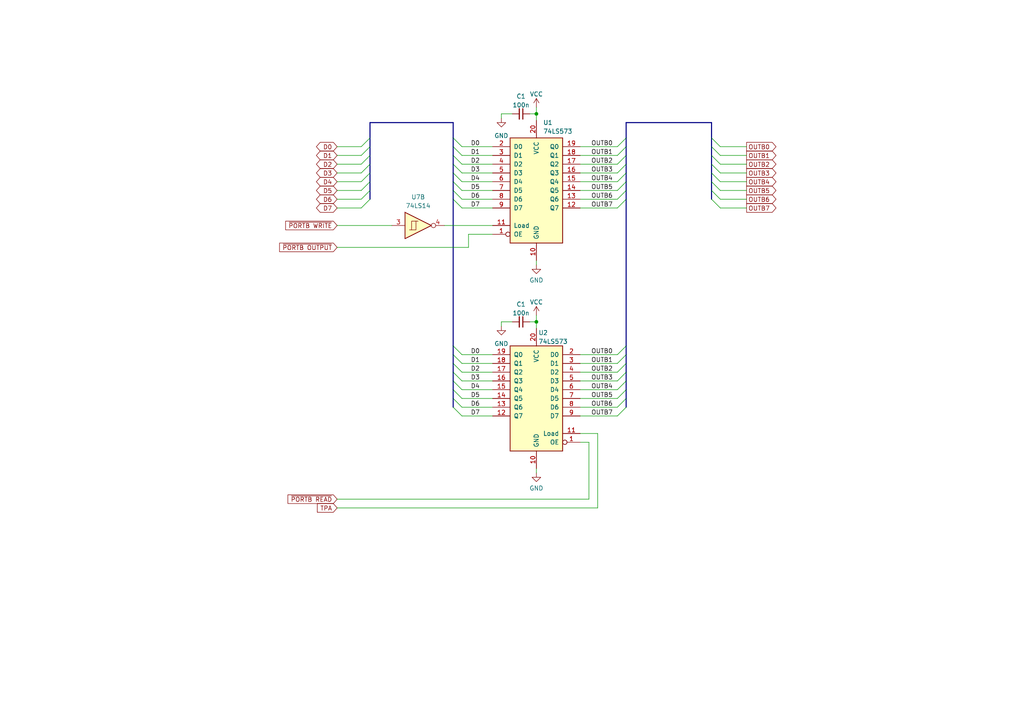
<source format=kicad_sch>
(kicad_sch (version 20230121) (generator eeschema)

  (uuid 04159c0c-bab2-4c85-8ff6-573eaa305b69)

  (paper "A4")

  (lib_symbols
    (symbol "74xx:74LS14" (pin_names (offset 1.016)) (in_bom yes) (on_board yes)
      (property "Reference" "U" (at 0 1.27 0)
        (effects (font (size 1.27 1.27)))
      )
      (property "Value" "74LS14" (at 0 -1.27 0)
        (effects (font (size 1.27 1.27)))
      )
      (property "Footprint" "" (at 0 0 0)
        (effects (font (size 1.27 1.27)) hide)
      )
      (property "Datasheet" "http://www.ti.com/lit/gpn/sn74LS14" (at 0 0 0)
        (effects (font (size 1.27 1.27)) hide)
      )
      (property "ki_locked" "" (at 0 0 0)
        (effects (font (size 1.27 1.27)))
      )
      (property "ki_keywords" "TTL not inverter" (at 0 0 0)
        (effects (font (size 1.27 1.27)) hide)
      )
      (property "ki_description" "Hex inverter schmitt trigger" (at 0 0 0)
        (effects (font (size 1.27 1.27)) hide)
      )
      (property "ki_fp_filters" "DIP*W7.62mm*" (at 0 0 0)
        (effects (font (size 1.27 1.27)) hide)
      )
      (symbol "74LS14_1_0"
        (polyline
          (pts
            (xy -3.81 3.81)
            (xy -3.81 -3.81)
            (xy 3.81 0)
            (xy -3.81 3.81)
          )
          (stroke (width 0.254) (type default))
          (fill (type background))
        )
        (pin input line (at -7.62 0 0) (length 3.81)
          (name "~" (effects (font (size 1.27 1.27))))
          (number "1" (effects (font (size 1.27 1.27))))
        )
        (pin output inverted (at 7.62 0 180) (length 3.81)
          (name "~" (effects (font (size 1.27 1.27))))
          (number "2" (effects (font (size 1.27 1.27))))
        )
      )
      (symbol "74LS14_1_1"
        (polyline
          (pts
            (xy -1.905 -1.27)
            (xy -1.905 1.27)
            (xy -0.635 1.27)
          )
          (stroke (width 0) (type default))
          (fill (type none))
        )
        (polyline
          (pts
            (xy -2.54 -1.27)
            (xy -0.635 -1.27)
            (xy -0.635 1.27)
            (xy 0 1.27)
          )
          (stroke (width 0) (type default))
          (fill (type none))
        )
      )
      (symbol "74LS14_2_0"
        (polyline
          (pts
            (xy -3.81 3.81)
            (xy -3.81 -3.81)
            (xy 3.81 0)
            (xy -3.81 3.81)
          )
          (stroke (width 0.254) (type default))
          (fill (type background))
        )
        (pin input line (at -7.62 0 0) (length 3.81)
          (name "~" (effects (font (size 1.27 1.27))))
          (number "3" (effects (font (size 1.27 1.27))))
        )
        (pin output inverted (at 7.62 0 180) (length 3.81)
          (name "~" (effects (font (size 1.27 1.27))))
          (number "4" (effects (font (size 1.27 1.27))))
        )
      )
      (symbol "74LS14_2_1"
        (polyline
          (pts
            (xy -1.905 -1.27)
            (xy -1.905 1.27)
            (xy -0.635 1.27)
          )
          (stroke (width 0) (type default))
          (fill (type none))
        )
        (polyline
          (pts
            (xy -2.54 -1.27)
            (xy -0.635 -1.27)
            (xy -0.635 1.27)
            (xy 0 1.27)
          )
          (stroke (width 0) (type default))
          (fill (type none))
        )
      )
      (symbol "74LS14_3_0"
        (polyline
          (pts
            (xy -3.81 3.81)
            (xy -3.81 -3.81)
            (xy 3.81 0)
            (xy -3.81 3.81)
          )
          (stroke (width 0.254) (type default))
          (fill (type background))
        )
        (pin input line (at -7.62 0 0) (length 3.81)
          (name "~" (effects (font (size 1.27 1.27))))
          (number "5" (effects (font (size 1.27 1.27))))
        )
        (pin output inverted (at 7.62 0 180) (length 3.81)
          (name "~" (effects (font (size 1.27 1.27))))
          (number "6" (effects (font (size 1.27 1.27))))
        )
      )
      (symbol "74LS14_3_1"
        (polyline
          (pts
            (xy -1.905 -1.27)
            (xy -1.905 1.27)
            (xy -0.635 1.27)
          )
          (stroke (width 0) (type default))
          (fill (type none))
        )
        (polyline
          (pts
            (xy -2.54 -1.27)
            (xy -0.635 -1.27)
            (xy -0.635 1.27)
            (xy 0 1.27)
          )
          (stroke (width 0) (type default))
          (fill (type none))
        )
      )
      (symbol "74LS14_4_0"
        (polyline
          (pts
            (xy -3.81 3.81)
            (xy -3.81 -3.81)
            (xy 3.81 0)
            (xy -3.81 3.81)
          )
          (stroke (width 0.254) (type default))
          (fill (type background))
        )
        (pin output inverted (at 7.62 0 180) (length 3.81)
          (name "~" (effects (font (size 1.27 1.27))))
          (number "8" (effects (font (size 1.27 1.27))))
        )
        (pin input line (at -7.62 0 0) (length 3.81)
          (name "~" (effects (font (size 1.27 1.27))))
          (number "9" (effects (font (size 1.27 1.27))))
        )
      )
      (symbol "74LS14_4_1"
        (polyline
          (pts
            (xy -1.905 -1.27)
            (xy -1.905 1.27)
            (xy -0.635 1.27)
          )
          (stroke (width 0) (type default))
          (fill (type none))
        )
        (polyline
          (pts
            (xy -2.54 -1.27)
            (xy -0.635 -1.27)
            (xy -0.635 1.27)
            (xy 0 1.27)
          )
          (stroke (width 0) (type default))
          (fill (type none))
        )
      )
      (symbol "74LS14_5_0"
        (polyline
          (pts
            (xy -3.81 3.81)
            (xy -3.81 -3.81)
            (xy 3.81 0)
            (xy -3.81 3.81)
          )
          (stroke (width 0.254) (type default))
          (fill (type background))
        )
        (pin output inverted (at 7.62 0 180) (length 3.81)
          (name "~" (effects (font (size 1.27 1.27))))
          (number "10" (effects (font (size 1.27 1.27))))
        )
        (pin input line (at -7.62 0 0) (length 3.81)
          (name "~" (effects (font (size 1.27 1.27))))
          (number "11" (effects (font (size 1.27 1.27))))
        )
      )
      (symbol "74LS14_5_1"
        (polyline
          (pts
            (xy -1.905 -1.27)
            (xy -1.905 1.27)
            (xy -0.635 1.27)
          )
          (stroke (width 0) (type default))
          (fill (type none))
        )
        (polyline
          (pts
            (xy -2.54 -1.27)
            (xy -0.635 -1.27)
            (xy -0.635 1.27)
            (xy 0 1.27)
          )
          (stroke (width 0) (type default))
          (fill (type none))
        )
      )
      (symbol "74LS14_6_0"
        (polyline
          (pts
            (xy -3.81 3.81)
            (xy -3.81 -3.81)
            (xy 3.81 0)
            (xy -3.81 3.81)
          )
          (stroke (width 0.254) (type default))
          (fill (type background))
        )
        (pin output inverted (at 7.62 0 180) (length 3.81)
          (name "~" (effects (font (size 1.27 1.27))))
          (number "12" (effects (font (size 1.27 1.27))))
        )
        (pin input line (at -7.62 0 0) (length 3.81)
          (name "~" (effects (font (size 1.27 1.27))))
          (number "13" (effects (font (size 1.27 1.27))))
        )
      )
      (symbol "74LS14_6_1"
        (polyline
          (pts
            (xy -1.905 -1.27)
            (xy -1.905 1.27)
            (xy -0.635 1.27)
          )
          (stroke (width 0) (type default))
          (fill (type none))
        )
        (polyline
          (pts
            (xy -2.54 -1.27)
            (xy -0.635 -1.27)
            (xy -0.635 1.27)
            (xy 0 1.27)
          )
          (stroke (width 0) (type default))
          (fill (type none))
        )
      )
      (symbol "74LS14_7_0"
        (pin power_in line (at 0 12.7 270) (length 5.08)
          (name "VCC" (effects (font (size 1.27 1.27))))
          (number "14" (effects (font (size 1.27 1.27))))
        )
        (pin power_in line (at 0 -12.7 90) (length 5.08)
          (name "GND" (effects (font (size 1.27 1.27))))
          (number "7" (effects (font (size 1.27 1.27))))
        )
      )
      (symbol "74LS14_7_1"
        (rectangle (start -5.08 7.62) (end 5.08 -7.62)
          (stroke (width 0.254) (type default))
          (fill (type background))
        )
      )
    )
    (symbol "74xx:74LS573" (pin_names (offset 1.016)) (in_bom yes) (on_board yes)
      (property "Reference" "U" (at -7.62 16.51 0)
        (effects (font (size 1.27 1.27)))
      )
      (property "Value" "74LS573" (at -7.62 -16.51 0)
        (effects (font (size 1.27 1.27)))
      )
      (property "Footprint" "" (at 0 0 0)
        (effects (font (size 1.27 1.27)) hide)
      )
      (property "Datasheet" "74xx/74hc573.pdf" (at 0 0 0)
        (effects (font (size 1.27 1.27)) hide)
      )
      (property "ki_locked" "" (at 0 0 0)
        (effects (font (size 1.27 1.27)))
      )
      (property "ki_keywords" "TTL DFF DFF8 LATCH 3State" (at 0 0 0)
        (effects (font (size 1.27 1.27)) hide)
      )
      (property "ki_description" "8-bit Latch 3-state outputs" (at 0 0 0)
        (effects (font (size 1.27 1.27)) hide)
      )
      (property "ki_fp_filters" "DIP?20*" (at 0 0 0)
        (effects (font (size 1.27 1.27)) hide)
      )
      (symbol "74LS573_1_0"
        (pin input inverted (at -12.7 -12.7 0) (length 5.08)
          (name "OE" (effects (font (size 1.27 1.27))))
          (number "1" (effects (font (size 1.27 1.27))))
        )
        (pin power_in line (at 0 -20.32 90) (length 5.08)
          (name "GND" (effects (font (size 1.27 1.27))))
          (number "10" (effects (font (size 1.27 1.27))))
        )
        (pin input line (at -12.7 -10.16 0) (length 5.08)
          (name "Load" (effects (font (size 1.27 1.27))))
          (number "11" (effects (font (size 1.27 1.27))))
        )
        (pin tri_state line (at 12.7 -5.08 180) (length 5.08)
          (name "Q7" (effects (font (size 1.27 1.27))))
          (number "12" (effects (font (size 1.27 1.27))))
        )
        (pin tri_state line (at 12.7 -2.54 180) (length 5.08)
          (name "Q6" (effects (font (size 1.27 1.27))))
          (number "13" (effects (font (size 1.27 1.27))))
        )
        (pin tri_state line (at 12.7 0 180) (length 5.08)
          (name "Q5" (effects (font (size 1.27 1.27))))
          (number "14" (effects (font (size 1.27 1.27))))
        )
        (pin tri_state line (at 12.7 2.54 180) (length 5.08)
          (name "Q4" (effects (font (size 1.27 1.27))))
          (number "15" (effects (font (size 1.27 1.27))))
        )
        (pin tri_state line (at 12.7 5.08 180) (length 5.08)
          (name "Q3" (effects (font (size 1.27 1.27))))
          (number "16" (effects (font (size 1.27 1.27))))
        )
        (pin tri_state line (at 12.7 7.62 180) (length 5.08)
          (name "Q2" (effects (font (size 1.27 1.27))))
          (number "17" (effects (font (size 1.27 1.27))))
        )
        (pin tri_state line (at 12.7 10.16 180) (length 5.08)
          (name "Q1" (effects (font (size 1.27 1.27))))
          (number "18" (effects (font (size 1.27 1.27))))
        )
        (pin tri_state line (at 12.7 12.7 180) (length 5.08)
          (name "Q0" (effects (font (size 1.27 1.27))))
          (number "19" (effects (font (size 1.27 1.27))))
        )
        (pin input line (at -12.7 12.7 0) (length 5.08)
          (name "D0" (effects (font (size 1.27 1.27))))
          (number "2" (effects (font (size 1.27 1.27))))
        )
        (pin power_in line (at 0 20.32 270) (length 5.08)
          (name "VCC" (effects (font (size 1.27 1.27))))
          (number "20" (effects (font (size 1.27 1.27))))
        )
        (pin input line (at -12.7 10.16 0) (length 5.08)
          (name "D1" (effects (font (size 1.27 1.27))))
          (number "3" (effects (font (size 1.27 1.27))))
        )
        (pin input line (at -12.7 7.62 0) (length 5.08)
          (name "D2" (effects (font (size 1.27 1.27))))
          (number "4" (effects (font (size 1.27 1.27))))
        )
        (pin input line (at -12.7 5.08 0) (length 5.08)
          (name "D3" (effects (font (size 1.27 1.27))))
          (number "5" (effects (font (size 1.27 1.27))))
        )
        (pin input line (at -12.7 2.54 0) (length 5.08)
          (name "D4" (effects (font (size 1.27 1.27))))
          (number "6" (effects (font (size 1.27 1.27))))
        )
        (pin input line (at -12.7 0 0) (length 5.08)
          (name "D5" (effects (font (size 1.27 1.27))))
          (number "7" (effects (font (size 1.27 1.27))))
        )
        (pin input line (at -12.7 -2.54 0) (length 5.08)
          (name "D6" (effects (font (size 1.27 1.27))))
          (number "8" (effects (font (size 1.27 1.27))))
        )
        (pin input line (at -12.7 -5.08 0) (length 5.08)
          (name "D7" (effects (font (size 1.27 1.27))))
          (number "9" (effects (font (size 1.27 1.27))))
        )
      )
      (symbol "74LS573_1_1"
        (rectangle (start -7.62 15.24) (end 7.62 -15.24)
          (stroke (width 0.254) (type default))
          (fill (type background))
        )
      )
    )
    (symbol "Device:C_Small" (pin_numbers hide) (pin_names (offset 0.254) hide) (in_bom yes) (on_board yes)
      (property "Reference" "C" (at 0.254 1.778 0)
        (effects (font (size 1.27 1.27)) (justify left))
      )
      (property "Value" "C_Small" (at 0.254 -2.032 0)
        (effects (font (size 1.27 1.27)) (justify left))
      )
      (property "Footprint" "" (at 0 0 0)
        (effects (font (size 1.27 1.27)) hide)
      )
      (property "Datasheet" "~" (at 0 0 0)
        (effects (font (size 1.27 1.27)) hide)
      )
      (property "ki_keywords" "capacitor cap" (at 0 0 0)
        (effects (font (size 1.27 1.27)) hide)
      )
      (property "ki_description" "Unpolarized capacitor, small symbol" (at 0 0 0)
        (effects (font (size 1.27 1.27)) hide)
      )
      (property "ki_fp_filters" "C_*" (at 0 0 0)
        (effects (font (size 1.27 1.27)) hide)
      )
      (symbol "C_Small_0_1"
        (polyline
          (pts
            (xy -1.524 -0.508)
            (xy 1.524 -0.508)
          )
          (stroke (width 0.3302) (type default))
          (fill (type none))
        )
        (polyline
          (pts
            (xy -1.524 0.508)
            (xy 1.524 0.508)
          )
          (stroke (width 0.3048) (type default))
          (fill (type none))
        )
      )
      (symbol "C_Small_1_1"
        (pin passive line (at 0 2.54 270) (length 2.032)
          (name "~" (effects (font (size 1.27 1.27))))
          (number "1" (effects (font (size 1.27 1.27))))
        )
        (pin passive line (at 0 -2.54 90) (length 2.032)
          (name "~" (effects (font (size 1.27 1.27))))
          (number "2" (effects (font (size 1.27 1.27))))
        )
      )
    )
    (symbol "power:GND" (power) (pin_names (offset 0)) (in_bom yes) (on_board yes)
      (property "Reference" "#PWR" (at 0 -6.35 0)
        (effects (font (size 1.27 1.27)) hide)
      )
      (property "Value" "GND" (at 0 -3.81 0)
        (effects (font (size 1.27 1.27)))
      )
      (property "Footprint" "" (at 0 0 0)
        (effects (font (size 1.27 1.27)) hide)
      )
      (property "Datasheet" "" (at 0 0 0)
        (effects (font (size 1.27 1.27)) hide)
      )
      (property "ki_keywords" "global power" (at 0 0 0)
        (effects (font (size 1.27 1.27)) hide)
      )
      (property "ki_description" "Power symbol creates a global label with name \"GND\" , ground" (at 0 0 0)
        (effects (font (size 1.27 1.27)) hide)
      )
      (symbol "GND_0_1"
        (polyline
          (pts
            (xy 0 0)
            (xy 0 -1.27)
            (xy 1.27 -1.27)
            (xy 0 -2.54)
            (xy -1.27 -1.27)
            (xy 0 -1.27)
          )
          (stroke (width 0) (type default))
          (fill (type none))
        )
      )
      (symbol "GND_1_1"
        (pin power_in line (at 0 0 270) (length 0) hide
          (name "GND" (effects (font (size 1.27 1.27))))
          (number "1" (effects (font (size 1.27 1.27))))
        )
      )
    )
    (symbol "power:VCC" (power) (pin_names (offset 0)) (in_bom yes) (on_board yes)
      (property "Reference" "#PWR" (at 0 -3.81 0)
        (effects (font (size 1.27 1.27)) hide)
      )
      (property "Value" "VCC" (at 0 3.81 0)
        (effects (font (size 1.27 1.27)))
      )
      (property "Footprint" "" (at 0 0 0)
        (effects (font (size 1.27 1.27)) hide)
      )
      (property "Datasheet" "" (at 0 0 0)
        (effects (font (size 1.27 1.27)) hide)
      )
      (property "ki_keywords" "global power" (at 0 0 0)
        (effects (font (size 1.27 1.27)) hide)
      )
      (property "ki_description" "Power symbol creates a global label with name \"VCC\"" (at 0 0 0)
        (effects (font (size 1.27 1.27)) hide)
      )
      (symbol "VCC_0_1"
        (polyline
          (pts
            (xy -0.762 1.27)
            (xy 0 2.54)
          )
          (stroke (width 0) (type default))
          (fill (type none))
        )
        (polyline
          (pts
            (xy 0 0)
            (xy 0 2.54)
          )
          (stroke (width 0) (type default))
          (fill (type none))
        )
        (polyline
          (pts
            (xy 0 2.54)
            (xy 0.762 1.27)
          )
          (stroke (width 0) (type default))
          (fill (type none))
        )
      )
      (symbol "VCC_1_1"
        (pin power_in line (at 0 0 90) (length 0) hide
          (name "VCC" (effects (font (size 1.27 1.27))))
          (number "1" (effects (font (size 1.27 1.27))))
        )
      )
    )
  )

  (junction (at 155.575 33.02) (diameter 0) (color 0 0 0 0)
    (uuid 200da881-389b-4718-9de9-57e5240bec29)
  )
  (junction (at 155.575 93.345) (diameter 0) (color 0 0 0 0)
    (uuid 7f60409f-5b5f-4bfa-a075-c1bf90b97b55)
  )

  (bus_entry (at 181.61 107.95) (size -2.54 2.54)
    (stroke (width 0) (type default))
    (uuid 00ffc21b-cc99-49a5-9fb1-57db9b4495e2)
  )
  (bus_entry (at 206.375 42.545) (size 2.54 2.54)
    (stroke (width 0) (type default))
    (uuid 0143ef1d-142f-4186-9380-51f74f09704e)
  )
  (bus_entry (at 181.61 100.33) (size -2.54 2.54)
    (stroke (width 0) (type default))
    (uuid 195a853c-e8e0-436b-9600-2b4d0764bbd8)
  )
  (bus_entry (at 131.445 113.03) (size 2.54 2.54)
    (stroke (width 0) (type default))
    (uuid 1cfdabef-4ddb-457e-b9c1-bd453fa4d005)
  )
  (bus_entry (at 107.315 42.545) (size -2.54 2.54)
    (stroke (width 0) (type default))
    (uuid 1efa4049-bc0f-48dc-9589-eac325626eec)
  )
  (bus_entry (at 131.445 40.005) (size 2.54 2.54)
    (stroke (width 0) (type default))
    (uuid 26e48c87-2734-4125-8a27-50188231c59c)
  )
  (bus_entry (at 107.315 55.245) (size -2.54 2.54)
    (stroke (width 0) (type default))
    (uuid 28c0f826-6d04-4bad-b413-4d8414f5c685)
  )
  (bus_entry (at 131.445 107.95) (size 2.54 2.54)
    (stroke (width 0) (type default))
    (uuid 2b58679e-04ea-42ad-b5a2-e0356c9ac800)
  )
  (bus_entry (at 181.61 110.49) (size -2.54 2.54)
    (stroke (width 0) (type default))
    (uuid 35c99292-d6e7-46ad-8b27-8cde4584bb9c)
  )
  (bus_entry (at 131.445 45.085) (size 2.54 2.54)
    (stroke (width 0) (type default))
    (uuid 3a70596f-8336-44f0-9681-82377acbaaae)
  )
  (bus_entry (at 131.445 47.625) (size 2.54 2.54)
    (stroke (width 0) (type default))
    (uuid 3bf62cda-eade-40a9-a544-d9687c573f12)
  )
  (bus_entry (at 181.61 118.11) (size -2.54 2.54)
    (stroke (width 0) (type default))
    (uuid 4700ffce-f9d1-40c6-a477-5b29847c03aa)
  )
  (bus_entry (at 131.445 100.33) (size 2.54 2.54)
    (stroke (width 0) (type default))
    (uuid 4877c440-9137-4ebb-a9cb-544c9d897235)
  )
  (bus_entry (at 107.315 40.005) (size -2.54 2.54)
    (stroke (width 0) (type default))
    (uuid 5b0f2a4a-3916-4754-9b68-28173b1cb56c)
  )
  (bus_entry (at 107.315 52.705) (size -2.54 2.54)
    (stroke (width 0) (type default))
    (uuid 69f95ce6-bfe5-4355-b8d7-3de67f6b043b)
  )
  (bus_entry (at 107.315 47.625) (size -2.54 2.54)
    (stroke (width 0) (type default))
    (uuid 747042fa-cd38-4d07-8003-0235e8b251de)
  )
  (bus_entry (at 206.375 40.005) (size 2.54 2.54)
    (stroke (width 0) (type default))
    (uuid 7502dea5-0463-4ec0-8785-55b7d98880f0)
  )
  (bus_entry (at 206.375 52.705) (size 2.54 2.54)
    (stroke (width 0) (type default))
    (uuid 798a59d8-a905-4ca0-81b8-6d02e1bee54f)
  )
  (bus_entry (at 181.61 55.245) (size -2.54 2.54)
    (stroke (width 0) (type default))
    (uuid 79eece96-b5f2-48ff-a363-333597f600e2)
  )
  (bus_entry (at 206.375 57.785) (size 2.54 2.54)
    (stroke (width 0) (type default))
    (uuid 7b2ffec5-ad17-482c-8a59-9784428d1b64)
  )
  (bus_entry (at 131.445 42.545) (size 2.54 2.54)
    (stroke (width 0) (type default))
    (uuid 7c705fd5-4880-4155-84fb-65fce4849b1e)
  )
  (bus_entry (at 131.445 52.705) (size 2.54 2.54)
    (stroke (width 0) (type default))
    (uuid 86cecffa-def3-45f6-89bb-e379fbd0dcbb)
  )
  (bus_entry (at 181.61 52.705) (size -2.54 2.54)
    (stroke (width 0) (type default))
    (uuid 89975c21-4305-4481-8639-8341ae2fc2eb)
  )
  (bus_entry (at 181.61 47.625) (size -2.54 2.54)
    (stroke (width 0) (type default))
    (uuid 8f29026b-c81d-4a36-952c-12ab1a2ea0ed)
  )
  (bus_entry (at 181.61 45.085) (size -2.54 2.54)
    (stroke (width 0) (type default))
    (uuid 96c83aa4-fe47-4560-bf3b-2f58c796c77f)
  )
  (bus_entry (at 206.375 47.625) (size 2.54 2.54)
    (stroke (width 0) (type default))
    (uuid 9b5bddb4-bdae-4f3b-b59a-dd8a02583670)
  )
  (bus_entry (at 131.445 105.41) (size 2.54 2.54)
    (stroke (width 0) (type default))
    (uuid 9ffd4a09-337a-4ca5-9a4e-4091a24fd2ac)
  )
  (bus_entry (at 206.375 45.085) (size 2.54 2.54)
    (stroke (width 0) (type default))
    (uuid aa3b9a1b-d0cb-4dc0-a68f-4bde9fecccbf)
  )
  (bus_entry (at 206.375 55.245) (size 2.54 2.54)
    (stroke (width 0) (type default))
    (uuid af1cd943-2229-4aca-9e80-a91a65b57fd0)
  )
  (bus_entry (at 181.61 102.87) (size -2.54 2.54)
    (stroke (width 0) (type default))
    (uuid b05a168c-d9c6-4cd7-8f9a-ddd45da9fb63)
  )
  (bus_entry (at 131.445 110.49) (size 2.54 2.54)
    (stroke (width 0) (type default))
    (uuid b0bf97a8-68ca-4e33-9afc-0f1d7693865f)
  )
  (bus_entry (at 131.445 57.785) (size 2.54 2.54)
    (stroke (width 0) (type default))
    (uuid ba2ec9ea-6b54-4d63-97b1-cf014d6d7c73)
  )
  (bus_entry (at 131.445 55.245) (size 2.54 2.54)
    (stroke (width 0) (type default))
    (uuid c951e1e1-12c6-46e7-9e91-a7cb69309528)
  )
  (bus_entry (at 107.315 45.085) (size -2.54 2.54)
    (stroke (width 0) (type default))
    (uuid cac28750-3ffb-44f2-b640-e1563839fb64)
  )
  (bus_entry (at 181.61 42.545) (size -2.54 2.54)
    (stroke (width 0) (type default))
    (uuid cb1952e0-e6ed-47dc-9e8a-ac67763ee888)
  )
  (bus_entry (at 206.375 50.165) (size 2.54 2.54)
    (stroke (width 0) (type default))
    (uuid d465a3c7-e51c-4bf2-9683-9f425b7d4ad3)
  )
  (bus_entry (at 181.61 57.785) (size -2.54 2.54)
    (stroke (width 0) (type default))
    (uuid d77ad191-ea58-4422-ad4f-f988bf6b3958)
  )
  (bus_entry (at 181.61 113.03) (size -2.54 2.54)
    (stroke (width 0) (type default))
    (uuid d7a604b1-3134-4094-849d-2966fae0abfc)
  )
  (bus_entry (at 131.445 102.87) (size 2.54 2.54)
    (stroke (width 0) (type default))
    (uuid d9969821-fdef-44b2-a9b6-e8245e951116)
  )
  (bus_entry (at 181.61 40.005) (size -2.54 2.54)
    (stroke (width 0) (type default))
    (uuid db46e6b6-c999-4eed-930a-1075b21eb24d)
  )
  (bus_entry (at 131.445 50.165) (size 2.54 2.54)
    (stroke (width 0) (type default))
    (uuid df434f1b-8af5-4b87-ad0c-f0b46eb10e86)
  )
  (bus_entry (at 107.315 50.165) (size -2.54 2.54)
    (stroke (width 0) (type default))
    (uuid e66ac217-fc91-4957-aa1e-8ad112891d82)
  )
  (bus_entry (at 131.445 118.11) (size 2.54 2.54)
    (stroke (width 0) (type default))
    (uuid e8d4abe4-4b91-445e-aecc-3aa4da07b5a9)
  )
  (bus_entry (at 181.61 115.57) (size -2.54 2.54)
    (stroke (width 0) (type default))
    (uuid ef8ef356-df35-4dd9-b87b-a2266b6143b3)
  )
  (bus_entry (at 181.61 105.41) (size -2.54 2.54)
    (stroke (width 0) (type default))
    (uuid f2a4f8e9-180b-4163-9d61-2b4d072f0353)
  )
  (bus_entry (at 131.445 115.57) (size 2.54 2.54)
    (stroke (width 0) (type default))
    (uuid f2b8729d-8d03-4197-8059-1050c1a70a8c)
  )
  (bus_entry (at 107.315 57.785) (size -2.54 2.54)
    (stroke (width 0) (type default))
    (uuid f7890870-6bdb-4fad-b4fd-22388b617dd6)
  )
  (bus_entry (at 181.61 50.165) (size -2.54 2.54)
    (stroke (width 0) (type default))
    (uuid fe6cf252-29ae-4cd3-b072-0640a9db921e)
  )

  (wire (pts (xy 133.985 57.785) (xy 142.875 57.785))
    (stroke (width 0) (type default))
    (uuid 0594d67d-9dfc-46cd-a3de-7c5dc2730eaa)
  )
  (bus (pts (xy 107.315 55.245) (xy 107.315 57.785))
    (stroke (width 0) (type default))
    (uuid 0a88d9f9-5ba6-46f3-a2e7-cd3cdaca88ad)
  )

  (wire (pts (xy 173.355 125.73) (xy 173.355 147.32))
    (stroke (width 0) (type default))
    (uuid 0ac37605-0a5e-4b57-b9f5-a259d3e91627)
  )
  (bus (pts (xy 131.445 115.57) (xy 131.445 113.03))
    (stroke (width 0) (type default))
    (uuid 0c62bc49-7328-4988-813d-a574e407619e)
  )

  (wire (pts (xy 97.79 57.785) (xy 104.775 57.785))
    (stroke (width 0) (type default))
    (uuid 0d94d60f-ef32-4f3e-b253-e4fb51e323cf)
  )
  (bus (pts (xy 131.445 45.085) (xy 131.445 42.545))
    (stroke (width 0) (type default))
    (uuid 0dd8b4bf-7fd1-4548-85bb-f4efdd8e4c7f)
  )
  (bus (pts (xy 131.445 110.49) (xy 131.445 107.95))
    (stroke (width 0) (type default))
    (uuid 1069be6d-b815-4bae-85e1-272d1a59951b)
  )

  (wire (pts (xy 168.275 42.545) (xy 179.07 42.545))
    (stroke (width 0) (type default))
    (uuid 12668042-0fe0-420d-8dba-b477aa570b94)
  )
  (wire (pts (xy 168.275 102.87) (xy 179.07 102.87))
    (stroke (width 0) (type default))
    (uuid 129c627d-12b7-48bd-9966-2288e0f416b4)
  )
  (bus (pts (xy 131.445 107.95) (xy 131.445 105.41))
    (stroke (width 0) (type default))
    (uuid 1333defe-bfd1-480c-ac6a-ceef9aa744ed)
  )

  (wire (pts (xy 168.275 118.11) (xy 179.07 118.11))
    (stroke (width 0) (type default))
    (uuid 13921b8f-c6fe-4db2-8071-038bee405f1d)
  )
  (wire (pts (xy 133.985 105.41) (xy 142.875 105.41))
    (stroke (width 0) (type default))
    (uuid 19911343-ff55-4932-b797-ba7a2e6396d3)
  )
  (bus (pts (xy 181.61 57.785) (xy 181.61 55.245))
    (stroke (width 0) (type default))
    (uuid 1b4152fd-bf40-4103-b0dc-78cc07676d12)
  )

  (wire (pts (xy 133.985 102.87) (xy 142.875 102.87))
    (stroke (width 0) (type default))
    (uuid 20b9a853-3d92-481c-b8a8-ee9bd52b2dd6)
  )
  (wire (pts (xy 208.915 57.785) (xy 216.535 57.785))
    (stroke (width 0) (type default))
    (uuid 214efdc8-d702-471c-84a9-47e9a9c9d9d5)
  )
  (bus (pts (xy 206.375 52.705) (xy 206.375 55.245))
    (stroke (width 0) (type default))
    (uuid 21933292-981c-44d7-8160-6fd9f078c248)
  )
  (bus (pts (xy 181.61 45.085) (xy 181.61 42.545))
    (stroke (width 0) (type default))
    (uuid 243a88f8-d64c-44fa-bdc8-093753612c50)
  )

  (wire (pts (xy 168.275 52.705) (xy 179.07 52.705))
    (stroke (width 0) (type default))
    (uuid 24a25db2-e05b-4fce-8565-59b9f33e9405)
  )
  (wire (pts (xy 145.415 34.29) (xy 145.415 33.02))
    (stroke (width 0) (type default))
    (uuid 28bcd5e9-085f-45a0-b5cd-f4bec36b921c)
  )
  (wire (pts (xy 168.275 57.785) (xy 179.07 57.785))
    (stroke (width 0) (type default))
    (uuid 2b1916b8-5ca0-45ec-9bda-703ce5ba79d1)
  )
  (wire (pts (xy 155.575 33.02) (xy 155.575 34.925))
    (stroke (width 0) (type default))
    (uuid 32dd7f3c-d6cd-4025-97a6-36be3d604a79)
  )
  (wire (pts (xy 97.79 45.085) (xy 104.775 45.085))
    (stroke (width 0) (type default))
    (uuid 3306a772-2c64-4916-afcc-1299129d9d27)
  )
  (bus (pts (xy 131.445 47.625) (xy 131.445 45.085))
    (stroke (width 0) (type default))
    (uuid 3467176d-1c73-431f-b828-ea92c104825e)
  )

  (wire (pts (xy 168.275 50.165) (xy 179.07 50.165))
    (stroke (width 0) (type default))
    (uuid 37d5ed1b-e064-4a59-963a-7c60e254bce6)
  )
  (wire (pts (xy 208.915 52.705) (xy 216.535 52.705))
    (stroke (width 0) (type default))
    (uuid 394f8fcd-88af-4066-8b16-a731355354cf)
  )
  (wire (pts (xy 168.275 128.27) (xy 170.815 128.27))
    (stroke (width 0) (type default))
    (uuid 3d01414f-756b-49ad-a95d-db3610c1b62e)
  )
  (wire (pts (xy 97.79 60.325) (xy 104.775 60.325))
    (stroke (width 0) (type default))
    (uuid 3d7c8e0c-54b6-4940-8229-dd332aad99cb)
  )
  (wire (pts (xy 208.915 47.625) (xy 216.535 47.625))
    (stroke (width 0) (type default))
    (uuid 3dd7a894-1440-42d8-909e-a58f24ef1e9f)
  )
  (wire (pts (xy 168.275 113.03) (xy 179.07 113.03))
    (stroke (width 0) (type default))
    (uuid 3f05ce67-8c67-4b6a-9ee9-3fabb58b0511)
  )
  (wire (pts (xy 208.915 42.545) (xy 216.535 42.545))
    (stroke (width 0) (type default))
    (uuid 415470ef-470e-4928-b89d-419f11270dcc)
  )
  (bus (pts (xy 181.61 55.245) (xy 181.61 52.705))
    (stroke (width 0) (type default))
    (uuid 44124e48-624c-4246-aab0-9000543e7a71)
  )
  (bus (pts (xy 206.375 55.245) (xy 206.375 57.785))
    (stroke (width 0) (type default))
    (uuid 4606c2d2-84d8-41dd-8901-bf929928c552)
  )
  (bus (pts (xy 181.61 40.005) (xy 181.61 35.56))
    (stroke (width 0) (type default))
    (uuid 472a5521-9ef7-4053-80b6-227468c4e869)
  )
  (bus (pts (xy 107.315 42.545) (xy 107.315 45.085))
    (stroke (width 0) (type default))
    (uuid 49789dda-280d-4214-a9c2-bd966731b3ea)
  )
  (bus (pts (xy 181.61 115.57) (xy 181.61 113.03))
    (stroke (width 0) (type default))
    (uuid 4b6e7e65-7370-49b7-8193-ab0956b9f935)
  )

  (wire (pts (xy 168.275 110.49) (xy 179.07 110.49))
    (stroke (width 0) (type default))
    (uuid 4e1ec9fd-ba7e-46e8-a287-1c90e91f2520)
  )
  (wire (pts (xy 168.275 125.73) (xy 173.355 125.73))
    (stroke (width 0) (type default))
    (uuid 4ebe2810-a3f3-4786-adfd-4d5257cab5f3)
  )
  (wire (pts (xy 133.985 110.49) (xy 142.875 110.49))
    (stroke (width 0) (type default))
    (uuid 51665237-553a-4f6c-8f14-bd8be978c60a)
  )
  (bus (pts (xy 131.445 105.41) (xy 131.445 102.87))
    (stroke (width 0) (type default))
    (uuid 5181aae1-7676-40ad-8ae2-baac820dc972)
  )
  (bus (pts (xy 206.375 42.545) (xy 206.375 45.085))
    (stroke (width 0) (type default))
    (uuid 5654483f-783b-4f65-86a6-224844abfc24)
  )
  (bus (pts (xy 181.61 107.95) (xy 181.61 105.41))
    (stroke (width 0) (type default))
    (uuid 5751d92f-c223-4cee-91f1-f534a0a1cf22)
  )
  (bus (pts (xy 181.61 118.11) (xy 181.61 115.57))
    (stroke (width 0) (type default))
    (uuid 57ee266d-ba23-4e66-9d00-f24dcc598b8f)
  )

  (wire (pts (xy 97.79 71.755) (xy 135.89 71.755))
    (stroke (width 0) (type default))
    (uuid 593d6e0c-b399-470c-8473-196ab3266cd5)
  )
  (wire (pts (xy 133.985 47.625) (xy 142.875 47.625))
    (stroke (width 0) (type default))
    (uuid 5ce86483-561d-45dc-bc5f-cb6acd7eccf1)
  )
  (bus (pts (xy 181.61 102.87) (xy 181.61 100.33))
    (stroke (width 0) (type default))
    (uuid 5e67dbf9-67e9-438e-834d-7cd1c6f3a501)
  )
  (bus (pts (xy 107.315 50.165) (xy 107.315 52.705))
    (stroke (width 0) (type default))
    (uuid 5f3d66f1-3092-4f3c-a44b-b1f543a57fdb)
  )

  (wire (pts (xy 97.79 65.405) (xy 113.665 65.405))
    (stroke (width 0) (type default))
    (uuid 5f5252ba-14ed-407e-b8fb-bb0cbfacfcb0)
  )
  (wire (pts (xy 208.915 45.085) (xy 216.535 45.085))
    (stroke (width 0) (type default))
    (uuid 5fba8e7c-64b1-4515-9b5f-29081618d97d)
  )
  (wire (pts (xy 133.985 42.545) (xy 142.875 42.545))
    (stroke (width 0) (type default))
    (uuid 606bfbc8-71c3-467e-9f35-b691f1d3a3a3)
  )
  (bus (pts (xy 131.445 52.705) (xy 131.445 50.165))
    (stroke (width 0) (type default))
    (uuid 612a6c6e-9c7b-4efc-b5bb-404e42eadd7f)
  )

  (wire (pts (xy 153.67 33.02) (xy 155.575 33.02))
    (stroke (width 0) (type default))
    (uuid 61c34901-4188-497f-9d4e-46fe32fc18df)
  )
  (bus (pts (xy 131.445 40.005) (xy 131.445 35.56))
    (stroke (width 0) (type default))
    (uuid 636a1f5b-f3c0-4e57-994d-65bdb8b425ba)
  )

  (wire (pts (xy 155.575 91.44) (xy 155.575 93.345))
    (stroke (width 0) (type default))
    (uuid 6371c573-11a8-4da8-952b-564ee277338c)
  )
  (bus (pts (xy 107.315 52.705) (xy 107.315 55.245))
    (stroke (width 0) (type default))
    (uuid 66fa9b06-f83e-4c4c-80de-c31b4a399ee0)
  )

  (wire (pts (xy 168.275 105.41) (xy 179.07 105.41))
    (stroke (width 0) (type default))
    (uuid 696f1933-3cf6-46a4-b9f9-0e6cf6b45868)
  )
  (wire (pts (xy 142.875 67.945) (xy 135.89 67.945))
    (stroke (width 0) (type default))
    (uuid 699a6e9f-705f-496d-90c3-69bc5b2aa948)
  )
  (bus (pts (xy 206.375 50.165) (xy 206.375 52.705))
    (stroke (width 0) (type default))
    (uuid 6a892d24-4913-4295-be8a-44fc18f8b1fd)
  )
  (bus (pts (xy 181.61 110.49) (xy 181.61 107.95))
    (stroke (width 0) (type default))
    (uuid 6f5b2f29-47b1-4172-85f0-7cfe33696497)
  )
  (bus (pts (xy 131.445 118.11) (xy 131.445 115.57))
    (stroke (width 0) (type default))
    (uuid 70d3bd67-bf35-4fa6-baa5-27e591f13110)
  )
  (bus (pts (xy 131.445 113.03) (xy 131.445 110.49))
    (stroke (width 0) (type default))
    (uuid 72e12897-1bbf-4453-b74e-85ea3f2c76c1)
  )

  (wire (pts (xy 153.67 93.345) (xy 155.575 93.345))
    (stroke (width 0) (type default))
    (uuid 73a3176b-bba3-40e1-ad48-c94507bc2732)
  )
  (bus (pts (xy 107.315 35.56) (xy 107.315 40.005))
    (stroke (width 0) (type default))
    (uuid 74546089-f6f1-4edd-96e0-22a3dc1b50c2)
  )

  (wire (pts (xy 135.89 67.945) (xy 135.89 71.755))
    (stroke (width 0) (type default))
    (uuid 768fd972-3727-433e-87e6-d6607b093bf2)
  )
  (wire (pts (xy 168.275 115.57) (xy 179.07 115.57))
    (stroke (width 0) (type default))
    (uuid 780e9c95-fd1a-4327-89d5-a8eb06a2548b)
  )
  (wire (pts (xy 168.275 107.95) (xy 179.07 107.95))
    (stroke (width 0) (type default))
    (uuid 7e4b6b56-70f8-4689-8942-6bfe9ddb1890)
  )
  (bus (pts (xy 131.445 35.56) (xy 107.315 35.56))
    (stroke (width 0) (type default))
    (uuid 7f0526bb-c7a0-4f2b-adf8-7871703052c7)
  )
  (bus (pts (xy 131.445 57.785) (xy 131.445 55.245))
    (stroke (width 0) (type default))
    (uuid 80c7599d-408a-41dd-ad41-d0f1c8ad2bc4)
  )
  (bus (pts (xy 181.61 35.56) (xy 206.375 35.56))
    (stroke (width 0) (type default))
    (uuid 867b7de6-f764-4bd9-9963-d3de0bcc4190)
  )
  (bus (pts (xy 206.375 40.005) (xy 206.375 42.545))
    (stroke (width 0) (type default))
    (uuid 88b6b0f9-1e2e-4c17-8601-f608258cfc97)
  )
  (bus (pts (xy 181.61 52.705) (xy 181.61 50.165))
    (stroke (width 0) (type default))
    (uuid 88b764eb-0bed-4b7d-a9fc-c04e416fca77)
  )
  (bus (pts (xy 206.375 45.085) (xy 206.375 47.625))
    (stroke (width 0) (type default))
    (uuid 8a28b7da-764d-4467-b839-bd2d568f2b02)
  )

  (wire (pts (xy 145.415 33.02) (xy 148.59 33.02))
    (stroke (width 0) (type default))
    (uuid 8b1c9069-7b93-4857-9b06-3a6d4721a27f)
  )
  (bus (pts (xy 181.61 50.165) (xy 181.61 47.625))
    (stroke (width 0) (type default))
    (uuid 8d3574d7-074b-4b93-9ccd-af1fa0df86a4)
  )
  (bus (pts (xy 181.61 105.41) (xy 181.61 102.87))
    (stroke (width 0) (type default))
    (uuid 8ed3e2a0-9e6c-424f-a83b-20100d31214d)
  )
  (bus (pts (xy 181.61 42.545) (xy 181.61 40.005))
    (stroke (width 0) (type default))
    (uuid 905aa414-9532-488a-80c1-cc420fb34846)
  )

  (wire (pts (xy 97.79 147.32) (xy 173.355 147.32))
    (stroke (width 0) (type default))
    (uuid 90a60c2e-731e-4731-8213-a206b923a304)
  )
  (wire (pts (xy 133.985 45.085) (xy 142.875 45.085))
    (stroke (width 0) (type default))
    (uuid 912626e9-a579-4dae-b9e7-33e7a51273a6)
  )
  (wire (pts (xy 133.985 52.705) (xy 142.875 52.705))
    (stroke (width 0) (type default))
    (uuid 92c72ad8-d1d7-44da-9742-e3c221c1ce53)
  )
  (wire (pts (xy 133.985 55.245) (xy 142.875 55.245))
    (stroke (width 0) (type default))
    (uuid 92e12385-b271-4e62-846b-f04f566ba534)
  )
  (wire (pts (xy 97.79 50.165) (xy 104.775 50.165))
    (stroke (width 0) (type default))
    (uuid 94ac877c-7fdd-434e-a975-c25599cdd92f)
  )
  (wire (pts (xy 97.79 55.245) (xy 104.775 55.245))
    (stroke (width 0) (type default))
    (uuid 9819c207-110b-48f5-a777-bec71c695c0d)
  )
  (wire (pts (xy 97.79 52.705) (xy 104.775 52.705))
    (stroke (width 0) (type default))
    (uuid 98eea488-2594-4061-aec9-236211b03b33)
  )
  (bus (pts (xy 131.445 55.245) (xy 131.445 52.705))
    (stroke (width 0) (type default))
    (uuid 9983e623-3239-4cfa-9227-aba326da9477)
  )

  (wire (pts (xy 97.79 144.78) (xy 170.815 144.78))
    (stroke (width 0) (type default))
    (uuid 9ba1c3d2-4e75-4cb0-a95b-b678023e780a)
  )
  (wire (pts (xy 133.985 118.11) (xy 142.875 118.11))
    (stroke (width 0) (type default))
    (uuid a353288c-a6d3-4556-9637-35440945e0fc)
  )
  (wire (pts (xy 133.985 113.03) (xy 142.875 113.03))
    (stroke (width 0) (type default))
    (uuid a4f4cf88-0353-4ff2-938e-e7c68e10074a)
  )
  (wire (pts (xy 133.985 107.95) (xy 142.875 107.95))
    (stroke (width 0) (type default))
    (uuid a56bd3af-b0c2-400d-8bcc-657febd77054)
  )
  (bus (pts (xy 107.315 47.625) (xy 107.315 50.165))
    (stroke (width 0) (type default))
    (uuid a8fea3f4-a71c-415c-8fdd-d5a8206f9bab)
  )

  (wire (pts (xy 97.79 47.625) (xy 104.775 47.625))
    (stroke (width 0) (type default))
    (uuid aa02c7b5-d7f4-4e8b-812b-36c5246ba9ad)
  )
  (wire (pts (xy 155.575 135.89) (xy 155.575 137.16))
    (stroke (width 0) (type default))
    (uuid ac42cfc5-169a-491d-a9e8-fff5d58078f1)
  )
  (bus (pts (xy 181.61 113.03) (xy 181.61 110.49))
    (stroke (width 0) (type default))
    (uuid acfe97da-8de9-42d6-8f5d-5dbefe40da46)
  )

  (wire (pts (xy 128.905 65.405) (xy 142.875 65.405))
    (stroke (width 0) (type default))
    (uuid aef10609-f74d-48a1-acc5-d658f1245616)
  )
  (wire (pts (xy 208.915 55.245) (xy 216.535 55.245))
    (stroke (width 0) (type default))
    (uuid b194bb9b-0213-455f-acc0-028fe97bc474)
  )
  (wire (pts (xy 97.79 42.545) (xy 104.775 42.545))
    (stroke (width 0) (type default))
    (uuid b4358367-8aa4-4b0e-9646-db65794093a0)
  )
  (wire (pts (xy 155.575 93.345) (xy 155.575 95.25))
    (stroke (width 0) (type default))
    (uuid b4fb8838-9758-406a-8585-4a7671ec9d0f)
  )
  (wire (pts (xy 133.985 60.325) (xy 142.875 60.325))
    (stroke (width 0) (type default))
    (uuid b502e118-c740-4bf4-84b0-46ed79a17e14)
  )
  (wire (pts (xy 168.275 120.65) (xy 179.07 120.65))
    (stroke (width 0) (type default))
    (uuid b8d938f9-369b-4cd3-b9a8-1ae0eb7f8c20)
  )
  (wire (pts (xy 208.915 50.165) (xy 216.535 50.165))
    (stroke (width 0) (type default))
    (uuid b90f7486-dfa3-4af7-8a90-bd176a9b9278)
  )
  (bus (pts (xy 206.375 35.56) (xy 206.375 40.005))
    (stroke (width 0) (type default))
    (uuid c6ba0052-4c9f-449b-9dee-7f9281bd6ffb)
  )
  (bus (pts (xy 181.61 100.33) (xy 181.61 57.785))
    (stroke (width 0) (type default))
    (uuid ca92d215-6eae-4818-a2e9-c0d4e32455f9)
  )

  (wire (pts (xy 145.415 93.345) (xy 148.59 93.345))
    (stroke (width 0) (type default))
    (uuid cabee12c-f519-4b73-848a-f1fa791f02b3)
  )
  (wire (pts (xy 170.815 128.27) (xy 170.815 144.78))
    (stroke (width 0) (type default))
    (uuid cc161c96-71d1-4537-bd0e-59a94fb8978a)
  )
  (wire (pts (xy 145.415 94.615) (xy 145.415 93.345))
    (stroke (width 0) (type default))
    (uuid ce6b0209-00ee-4288-b9bf-894e3dde46d2)
  )
  (bus (pts (xy 107.315 40.005) (xy 107.315 42.545))
    (stroke (width 0) (type default))
    (uuid cf7413a0-7ce1-475f-a08e-e4b1f25e0dd0)
  )

  (wire (pts (xy 168.275 45.085) (xy 179.07 45.085))
    (stroke (width 0) (type default))
    (uuid d0d8e89d-f4ec-41f1-a23f-31c7f7ce80ca)
  )
  (bus (pts (xy 131.445 100.33) (xy 131.445 57.785))
    (stroke (width 0) (type default))
    (uuid d23e8bad-290f-40e8-9c97-5de4bc5e7427)
  )

  (wire (pts (xy 155.575 31.115) (xy 155.575 33.02))
    (stroke (width 0) (type default))
    (uuid d2f53238-989f-4985-91fb-bc2983bd29b8)
  )
  (wire (pts (xy 208.915 60.325) (xy 216.535 60.325))
    (stroke (width 0) (type default))
    (uuid d686f105-8f96-4736-9e37-a639c1ddaccd)
  )
  (bus (pts (xy 107.315 45.085) (xy 107.315 47.625))
    (stroke (width 0) (type default))
    (uuid d7894673-9b83-415f-b715-dcd73330e01f)
  )

  (wire (pts (xy 168.275 55.245) (xy 179.07 55.245))
    (stroke (width 0) (type default))
    (uuid dbd5b625-c144-463f-8633-12ad30c0822c)
  )
  (bus (pts (xy 206.375 47.625) (xy 206.375 50.165))
    (stroke (width 0) (type default))
    (uuid e12308c7-88c9-4daa-a74d-bcda6017714e)
  )

  (wire (pts (xy 168.275 60.325) (xy 179.07 60.325))
    (stroke (width 0) (type default))
    (uuid e47b1cab-b5e6-4122-8e81-02541fc6d6e4)
  )
  (wire (pts (xy 133.985 50.165) (xy 142.875 50.165))
    (stroke (width 0) (type default))
    (uuid e48de40c-5b58-4a94-aa3a-dadec153d84e)
  )
  (wire (pts (xy 155.575 75.565) (xy 155.575 76.835))
    (stroke (width 0) (type default))
    (uuid e4eef34e-83b0-484c-b643-0777939190f8)
  )
  (wire (pts (xy 133.985 120.65) (xy 142.875 120.65))
    (stroke (width 0) (type default))
    (uuid e7981620-4915-4cb7-aa82-94cead80ceb7)
  )
  (wire (pts (xy 168.275 47.625) (xy 179.07 47.625))
    (stroke (width 0) (type default))
    (uuid edbca094-3055-4a82-a8cb-e4a61d74d9f0)
  )
  (wire (pts (xy 133.985 115.57) (xy 142.875 115.57))
    (stroke (width 0) (type default))
    (uuid efcfaf04-145b-4081-8723-77a0f6321dcb)
  )
  (bus (pts (xy 131.445 102.87) (xy 131.445 100.33))
    (stroke (width 0) (type default))
    (uuid fa4c93df-30ab-467c-bce9-508361a13820)
  )
  (bus (pts (xy 131.445 50.165) (xy 131.445 47.625))
    (stroke (width 0) (type default))
    (uuid fa853b9c-b628-455b-8919-18b7bc460b4c)
  )
  (bus (pts (xy 181.61 47.625) (xy 181.61 45.085))
    (stroke (width 0) (type default))
    (uuid fd6c3b82-56d8-4142-9605-65c583924271)
  )
  (bus (pts (xy 131.445 42.545) (xy 131.445 40.005))
    (stroke (width 0) (type default))
    (uuid ff88dba5-3ed3-487d-883a-934bb5c2d5ce)
  )

  (label "D7" (at 136.525 60.325 0) (fields_autoplaced)
    (effects (font (size 1.27 1.27)) (justify left bottom))
    (uuid 05d62c92-1ecd-4d42-9d39-24571cab277d)
  )
  (label "OUTB2" (at 171.45 47.625 0) (fields_autoplaced)
    (effects (font (size 1.27 1.27)) (justify left bottom))
    (uuid 16e38795-5b56-47e2-993a-cdd4f9171d6f)
  )
  (label "OUTB1" (at 171.45 45.085 0) (fields_autoplaced)
    (effects (font (size 1.27 1.27)) (justify left bottom))
    (uuid 1823b0e8-4d59-447a-9dbd-979d9f588dd6)
  )
  (label "OUTB3" (at 171.45 110.49 0) (fields_autoplaced)
    (effects (font (size 1.27 1.27)) (justify left bottom))
    (uuid 22527ea4-ea64-4916-8256-c13b2d036d75)
  )
  (label "D3" (at 136.525 110.49 0) (fields_autoplaced)
    (effects (font (size 1.27 1.27)) (justify left bottom))
    (uuid 2ac93a6d-e29a-4fcb-ab5b-628f636ffce9)
  )
  (label "D3" (at 136.525 50.165 0) (fields_autoplaced)
    (effects (font (size 1.27 1.27)) (justify left bottom))
    (uuid 2c5324d9-4de6-4d52-a97f-5b0108083e56)
  )
  (label "OUTB7" (at 171.45 120.65 0) (fields_autoplaced)
    (effects (font (size 1.27 1.27)) (justify left bottom))
    (uuid 2cdd6ebf-5bc9-4ef6-a70a-fb6c81709efc)
  )
  (label "D5" (at 136.525 55.245 0) (fields_autoplaced)
    (effects (font (size 1.27 1.27)) (justify left bottom))
    (uuid 2ed36506-0744-46a5-879b-ed451c831ad1)
  )
  (label "D6" (at 136.525 57.785 0) (fields_autoplaced)
    (effects (font (size 1.27 1.27)) (justify left bottom))
    (uuid 308c6305-e65c-483b-8b6d-8b99419cdee6)
  )
  (label "OUTB7" (at 171.45 60.325 0) (fields_autoplaced)
    (effects (font (size 1.27 1.27)) (justify left bottom))
    (uuid 30ed0f63-b696-4fb8-893f-d1d4c54711c3)
  )
  (label "OUTB4" (at 171.45 52.705 0) (fields_autoplaced)
    (effects (font (size 1.27 1.27)) (justify left bottom))
    (uuid 32fc24f4-b287-4fac-b451-171f90ce62f6)
  )
  (label "OUTB3" (at 171.45 50.165 0) (fields_autoplaced)
    (effects (font (size 1.27 1.27)) (justify left bottom))
    (uuid 36ebbaad-fd3d-4767-ad50-2038586126ce)
  )
  (label "OUTB6" (at 171.45 57.785 0) (fields_autoplaced)
    (effects (font (size 1.27 1.27)) (justify left bottom))
    (uuid 485c902c-225c-471a-b3d9-d35cc131216c)
  )
  (label "OUTB0" (at 171.45 102.87 0) (fields_autoplaced)
    (effects (font (size 1.27 1.27)) (justify left bottom))
    (uuid 4a56b0f7-d42e-431f-9337-87b3951435a8)
  )
  (label "D1" (at 136.525 45.085 0) (fields_autoplaced)
    (effects (font (size 1.27 1.27)) (justify left bottom))
    (uuid 68825e99-07ab-479d-8f17-1aa8b06ccc89)
  )
  (label "D6" (at 136.525 118.11 0) (fields_autoplaced)
    (effects (font (size 1.27 1.27)) (justify left bottom))
    (uuid 6968ef37-db6e-4844-8314-8a087bb064ee)
  )
  (label "D2" (at 136.525 47.625 0) (fields_autoplaced)
    (effects (font (size 1.27 1.27)) (justify left bottom))
    (uuid 6fb91c13-6e0e-4640-ba37-0ae999638485)
  )
  (label "OUTB2" (at 171.45 107.95 0) (fields_autoplaced)
    (effects (font (size 1.27 1.27)) (justify left bottom))
    (uuid 71211791-2e67-4447-aa9f-b20b983d0d0e)
  )
  (label "D4" (at 136.525 52.705 0) (fields_autoplaced)
    (effects (font (size 1.27 1.27)) (justify left bottom))
    (uuid 8621666a-c5e0-4314-ba8e-ef7478e1e5f8)
  )
  (label "D0" (at 136.525 42.545 0) (fields_autoplaced)
    (effects (font (size 1.27 1.27)) (justify left bottom))
    (uuid 970bcf49-3f39-4dfb-a4d1-5f86a8dea357)
  )
  (label "D5" (at 136.525 115.57 0) (fields_autoplaced)
    (effects (font (size 1.27 1.27)) (justify left bottom))
    (uuid 9b9aa656-8108-47ee-b69e-6cfbe697f0ca)
  )
  (label "D1" (at 136.525 105.41 0) (fields_autoplaced)
    (effects (font (size 1.27 1.27)) (justify left bottom))
    (uuid a10148db-e85a-48e6-8e19-680c2b95e925)
  )
  (label "D7" (at 136.525 120.65 0) (fields_autoplaced)
    (effects (font (size 1.27 1.27)) (justify left bottom))
    (uuid a8abafe0-e4bd-4b59-a399-dafad79baa35)
  )
  (label "OUTB0" (at 171.45 42.545 0) (fields_autoplaced)
    (effects (font (size 1.27 1.27)) (justify left bottom))
    (uuid aa28916f-c843-4906-8587-7fab84210383)
  )
  (label "D0" (at 136.525 102.87 0) (fields_autoplaced)
    (effects (font (size 1.27 1.27)) (justify left bottom))
    (uuid baeca4d6-b1f3-4665-99e1-89722e4c4e4d)
  )
  (label "D4" (at 136.525 113.03 0) (fields_autoplaced)
    (effects (font (size 1.27 1.27)) (justify left bottom))
    (uuid c6c95661-4d59-455a-92d7-fb682c8f24a9)
  )
  (label "OUTB5" (at 171.45 115.57 0) (fields_autoplaced)
    (effects (font (size 1.27 1.27)) (justify left bottom))
    (uuid cf9768c3-96ca-48cd-8e49-7850b95ddb68)
  )
  (label "D2" (at 136.525 107.95 0) (fields_autoplaced)
    (effects (font (size 1.27 1.27)) (justify left bottom))
    (uuid d45e3614-9f3a-4f61-b174-4671e801e3a8)
  )
  (label "OUTB1" (at 171.45 105.41 0) (fields_autoplaced)
    (effects (font (size 1.27 1.27)) (justify left bottom))
    (uuid dc96248f-9d72-4ee7-8e44-4389662ebd44)
  )
  (label "OUTB6" (at 171.45 118.11 0) (fields_autoplaced)
    (effects (font (size 1.27 1.27)) (justify left bottom))
    (uuid e5ea7916-be2c-4125-a413-db0e4afb3a43)
  )
  (label "OUTB5" (at 171.45 55.245 0) (fields_autoplaced)
    (effects (font (size 1.27 1.27)) (justify left bottom))
    (uuid ebee8364-729e-49f3-8bf8-ff358e70aa63)
  )
  (label "OUTB4" (at 171.45 113.03 0) (fields_autoplaced)
    (effects (font (size 1.27 1.27)) (justify left bottom))
    (uuid fbfb6e4f-1795-4adf-ab08-14da68b883b3)
  )

  (global_label "OUTB5" (shape output) (at 216.535 55.245 0) (fields_autoplaced)
    (effects (font (size 1.27 1.27)) (justify left))
    (uuid 055b803a-998c-4559-896f-7341c4b5afee)
    (property "Intersheetrefs" "${INTERSHEET_REFS}" (at 225.5489 55.245 0)
      (effects (font (size 1.27 1.27)) (justify left) hide)
    )
  )
  (global_label "D7" (shape bidirectional) (at 97.79 60.325 180) (fields_autoplaced)
    (effects (font (size 1.27 1.27)) (justify right))
    (uuid 0ab54275-25e8-4c65-b876-e7f3e7862533)
    (property "Intersheetrefs" "${INTERSHEET_REFS}" (at 91.2934 60.325 0)
      (effects (font (size 1.27 1.27)) (justify right) hide)
    )
  )
  (global_label "OUTB3" (shape output) (at 216.535 50.165 0) (fields_autoplaced)
    (effects (font (size 1.27 1.27)) (justify left))
    (uuid 0ba4ef99-1a2e-4175-9df0-f90df03ab7f7)
    (property "Intersheetrefs" "${INTERSHEET_REFS}" (at 225.5489 50.165 0)
      (effects (font (size 1.27 1.27)) (justify left) hide)
    )
  )
  (global_label "D0" (shape bidirectional) (at 97.79 42.545 180) (fields_autoplaced)
    (effects (font (size 1.27 1.27)) (justify right))
    (uuid 13f33a5e-5868-4553-b848-b043566b8dbc)
    (property "Intersheetrefs" "${INTERSHEET_REFS}" (at 91.2934 42.545 0)
      (effects (font (size 1.27 1.27)) (justify right) hide)
    )
  )
  (global_label "~{PORTB READ}" (shape input) (at 97.79 144.78 180) (fields_autoplaced)
    (effects (font (size 1.27 1.27)) (justify right))
    (uuid 156fa9b3-2b6b-463f-a341-da2cfb8d1c4c)
    (property "Intersheetrefs" "${INTERSHEET_REFS}" (at 83.2365 144.78 0)
      (effects (font (size 1.27 1.27)) (justify right) hide)
    )
  )
  (global_label "OUTB0" (shape output) (at 216.535 42.545 0) (fields_autoplaced)
    (effects (font (size 1.27 1.27)) (justify left))
    (uuid 173d348c-2268-4815-bdbf-7a609abffb70)
    (property "Intersheetrefs" "${INTERSHEET_REFS}" (at 225.5489 42.545 0)
      (effects (font (size 1.27 1.27)) (justify left) hide)
    )
  )
  (global_label "~{PORTB OUTPUT}" (shape input) (at 97.79 71.755 180) (fields_autoplaced)
    (effects (font (size 1.27 1.27)) (justify right))
    (uuid 250254bf-957f-45c8-96c2-e178d0735005)
    (property "Intersheetrefs" "${INTERSHEET_REFS}" (at 80.8174 71.755 0)
      (effects (font (size 1.27 1.27)) (justify right) hide)
    )
  )
  (global_label "TPA" (shape input) (at 97.79 147.32 180) (fields_autoplaced)
    (effects (font (size 1.27 1.27)) (justify right))
    (uuid 2c41a270-df08-4b7c-9b97-ec0844180fae)
    (property "Intersheetrefs" "${INTERSHEET_REFS}" (at 91.558 147.32 0)
      (effects (font (size 1.27 1.27)) (justify right) hide)
    )
  )
  (global_label "D3" (shape bidirectional) (at 97.79 50.165 180) (fields_autoplaced)
    (effects (font (size 1.27 1.27)) (justify right))
    (uuid 42c2a2ac-efb2-44d8-87db-0af9529e86e4)
    (property "Intersheetrefs" "${INTERSHEET_REFS}" (at 91.2934 50.165 0)
      (effects (font (size 1.27 1.27)) (justify right) hide)
    )
  )
  (global_label "D4" (shape bidirectional) (at 97.79 52.705 180) (fields_autoplaced)
    (effects (font (size 1.27 1.27)) (justify right))
    (uuid 55847053-e779-47f0-a95a-378a4937b315)
    (property "Intersheetrefs" "${INTERSHEET_REFS}" (at 91.2934 52.705 0)
      (effects (font (size 1.27 1.27)) (justify right) hide)
    )
  )
  (global_label "OUTB6" (shape output) (at 216.535 57.785 0) (fields_autoplaced)
    (effects (font (size 1.27 1.27)) (justify left))
    (uuid 61017fea-87ce-41be-8195-e00666f64ca4)
    (property "Intersheetrefs" "${INTERSHEET_REFS}" (at 225.5489 57.785 0)
      (effects (font (size 1.27 1.27)) (justify left) hide)
    )
  )
  (global_label "OUTB4" (shape output) (at 216.535 52.705 0) (fields_autoplaced)
    (effects (font (size 1.27 1.27)) (justify left))
    (uuid b0ee68a4-9461-48a4-9099-0111b59e529c)
    (property "Intersheetrefs" "${INTERSHEET_REFS}" (at 225.5489 52.705 0)
      (effects (font (size 1.27 1.27)) (justify left) hide)
    )
  )
  (global_label "OUTB7" (shape output) (at 216.535 60.325 0) (fields_autoplaced)
    (effects (font (size 1.27 1.27)) (justify left))
    (uuid c4db7d31-3700-45bc-bbbf-8b917eb6b4a5)
    (property "Intersheetrefs" "${INTERSHEET_REFS}" (at 225.5489 60.325 0)
      (effects (font (size 1.27 1.27)) (justify left) hide)
    )
  )
  (global_label "D5" (shape bidirectional) (at 97.79 55.245 180) (fields_autoplaced)
    (effects (font (size 1.27 1.27)) (justify right))
    (uuid c87fb139-afe1-4b89-9721-f8d21b5748b3)
    (property "Intersheetrefs" "${INTERSHEET_REFS}" (at 91.2934 55.245 0)
      (effects (font (size 1.27 1.27)) (justify right) hide)
    )
  )
  (global_label "OUTB2" (shape output) (at 216.535 47.625 0) (fields_autoplaced)
    (effects (font (size 1.27 1.27)) (justify left))
    (uuid d02d790e-ae93-4d53-b087-fe3d3d2d75ff)
    (property "Intersheetrefs" "${INTERSHEET_REFS}" (at 225.5489 47.625 0)
      (effects (font (size 1.27 1.27)) (justify left) hide)
    )
  )
  (global_label "OUTB1" (shape output) (at 216.535 45.085 0) (fields_autoplaced)
    (effects (font (size 1.27 1.27)) (justify left))
    (uuid e7a6be2a-9438-4a33-9515-6bf238928b84)
    (property "Intersheetrefs" "${INTERSHEET_REFS}" (at 225.5489 45.085 0)
      (effects (font (size 1.27 1.27)) (justify left) hide)
    )
  )
  (global_label "D1" (shape bidirectional) (at 97.79 45.085 180) (fields_autoplaced)
    (effects (font (size 1.27 1.27)) (justify right))
    (uuid e87a65c2-9a67-4a8b-8411-43177d97aeef)
    (property "Intersheetrefs" "${INTERSHEET_REFS}" (at 91.2934 45.085 0)
      (effects (font (size 1.27 1.27)) (justify right) hide)
    )
  )
  (global_label "~{PORTB WRITE}" (shape input) (at 97.79 65.405 180) (fields_autoplaced)
    (effects (font (size 1.27 1.27)) (justify right))
    (uuid ec304cbe-ee18-42cb-8423-2ec7767195fb)
    (property "Intersheetrefs" "${INTERSHEET_REFS}" (at 82.5713 65.405 0)
      (effects (font (size 1.27 1.27)) (justify right) hide)
    )
  )
  (global_label "D2" (shape bidirectional) (at 97.79 47.625 180) (fields_autoplaced)
    (effects (font (size 1.27 1.27)) (justify right))
    (uuid ed00425a-7ab8-4211-b068-9c699f757106)
    (property "Intersheetrefs" "${INTERSHEET_REFS}" (at 91.2934 47.625 0)
      (effects (font (size 1.27 1.27)) (justify right) hide)
    )
  )
  (global_label "D6" (shape bidirectional) (at 97.79 57.785 180) (fields_autoplaced)
    (effects (font (size 1.27 1.27)) (justify right))
    (uuid fc3427b7-523a-45ef-a39e-f1fa6ad30e01)
    (property "Intersheetrefs" "${INTERSHEET_REFS}" (at 91.2934 57.785 0)
      (effects (font (size 1.27 1.27)) (justify right) hide)
    )
  )

  (symbol (lib_id "74xx:74LS573") (at 155.575 55.245 0) (unit 1)
    (in_bom yes) (on_board yes) (dnp no) (fields_autoplaced)
    (uuid 1fcd7859-07bc-45b7-aae6-2095c2166aa7)
    (property "Reference" "U1" (at 157.5309 35.56 0)
      (effects (font (size 1.27 1.27)) (justify left))
    )
    (property "Value" "74LS573" (at 157.5309 38.1 0)
      (effects (font (size 1.27 1.27)) (justify left))
    )
    (property "Footprint" "Package_DIP:DIP-20_W7.62mm_Socket" (at 155.575 55.245 0)
      (effects (font (size 1.27 1.27)) hide)
    )
    (property "Datasheet" "74xx/74hc573.pdf" (at 155.575 55.245 0)
      (effects (font (size 1.27 1.27)) hide)
    )
    (pin "1" (uuid 5ccf8ed2-4284-4cdd-9079-c97e8b95b2ac))
    (pin "10" (uuid 42606cab-256e-49f2-9e49-9a2d835d3bef))
    (pin "11" (uuid 2fd893ce-d8ed-4cbc-8c1c-14f2daad361e))
    (pin "12" (uuid 58ae0725-1a1c-4cf7-94e7-1fa5171130a7))
    (pin "13" (uuid 6d0adffc-257e-4a08-898d-f31f5d2475ab))
    (pin "14" (uuid 11990fd2-7176-4cae-9d16-0d99febace02))
    (pin "15" (uuid f8a52787-6210-4224-b108-039be683d4f8))
    (pin "16" (uuid b96ff141-f77f-41a7-8062-5f717bbe16b8))
    (pin "17" (uuid 8d4828f7-9b11-4438-9d2d-a13019f47fb4))
    (pin "18" (uuid c24ac9d4-0ca0-46ee-82d3-509da0b49896))
    (pin "19" (uuid 69bf2b70-3d9e-40d3-ba7a-99d61aecdae2))
    (pin "2" (uuid 4de53a75-c979-48f2-8711-980130c09923))
    (pin "20" (uuid 9766875f-3d79-4350-8cf9-0218d6aeb79c))
    (pin "3" (uuid d8fc0153-5fdc-4fc5-8e81-9c792042e159))
    (pin "4" (uuid 2dbbb3e2-a915-4432-acf5-e14bf01eba8d))
    (pin "5" (uuid be662a82-3f42-4489-a1d3-1da751c261c5))
    (pin "6" (uuid 4572beae-2db9-46cf-8fa0-e7750412c586))
    (pin "7" (uuid 247e0783-dfc5-431f-acb8-acb26128274f))
    (pin "8" (uuid b0a044bf-b3b9-4784-85e8-f5a6a531eed8))
    (pin "9" (uuid 5b6b3f50-95e7-4aa6-b0e1-18db2a7dd4df))
    (instances
      (project "cdp-io"
        (path "/479e9a3e-8705-41df-8009-7e8503809f49"
          (reference "U1") (unit 1)
        )
        (path "/479e9a3e-8705-41df-8009-7e8503809f49/05095c2f-eeee-4b53-a55c-38329025afd6"
          (reference "U5") (unit 1)
        )
        (path "/479e9a3e-8705-41df-8009-7e8503809f49/f2f2e87f-81b0-49e1-b285-4bb1f98f04a0"
          (reference "U3") (unit 1)
        )
      )
    )
  )

  (symbol (lib_id "power:VCC") (at 155.575 91.44 0) (unit 1)
    (in_bom yes) (on_board yes) (dnp no)
    (uuid 261a762b-1a34-4dc6-94b5-241d9bf5d647)
    (property "Reference" "#PWR02" (at 155.575 95.25 0)
      (effects (font (size 1.27 1.27)) hide)
    )
    (property "Value" "VCC" (at 155.575 87.63 0)
      (effects (font (size 1.27 1.27)))
    )
    (property "Footprint" "" (at 155.575 91.44 0)
      (effects (font (size 1.27 1.27)) hide)
    )
    (property "Datasheet" "" (at 155.575 91.44 0)
      (effects (font (size 1.27 1.27)) hide)
    )
    (pin "1" (uuid ae98249f-5147-4d1b-a59f-2e87838ea82e))
    (instances
      (project "cdp-io"
        (path "/479e9a3e-8705-41df-8009-7e8503809f49"
          (reference "#PWR02") (unit 1)
        )
        (path "/479e9a3e-8705-41df-8009-7e8503809f49/05095c2f-eeee-4b53-a55c-38329025afd6"
          (reference "#PWR07") (unit 1)
        )
        (path "/479e9a3e-8705-41df-8009-7e8503809f49/f2f2e87f-81b0-49e1-b285-4bb1f98f04a0"
          (reference "#PWR03") (unit 1)
        )
      )
    )
  )

  (symbol (lib_id "Device:C_Small") (at 151.13 93.345 270) (unit 1)
    (in_bom yes) (on_board yes) (dnp no) (fields_autoplaced)
    (uuid 2dc2ea32-8a09-4e0b-9b5a-2a5bf5d070af)
    (property "Reference" "C1" (at 151.1236 88.265 90)
      (effects (font (size 1.27 1.27)))
    )
    (property "Value" "100n" (at 151.1236 90.805 90)
      (effects (font (size 1.27 1.27)))
    )
    (property "Footprint" "Capacitor_THT:C_Disc_D3.0mm_W1.6mm_P2.50mm" (at 151.13 93.345 0)
      (effects (font (size 1.27 1.27)) hide)
    )
    (property "Datasheet" "~" (at 151.13 93.345 0)
      (effects (font (size 1.27 1.27)) hide)
    )
    (pin "1" (uuid a6669d87-4292-4e4b-9c72-4110bd5d4b1b))
    (pin "2" (uuid 499a1fdb-34fe-4902-a86c-d1bfa291a5ab))
    (instances
      (project "cdp-io"
        (path "/479e9a3e-8705-41df-8009-7e8503809f49/05095c2f-eeee-4b53-a55c-38329025afd6"
          (reference "C1") (unit 1)
        )
        (path "/479e9a3e-8705-41df-8009-7e8503809f49/f2f2e87f-81b0-49e1-b285-4bb1f98f04a0"
          (reference "C4") (unit 1)
        )
      )
    )
  )

  (symbol (lib_id "Device:C_Small") (at 151.13 33.02 270) (unit 1)
    (in_bom yes) (on_board yes) (dnp no) (fields_autoplaced)
    (uuid 3b11f134-4191-4c96-838c-d54389222486)
    (property "Reference" "C1" (at 151.1236 27.94 90)
      (effects (font (size 1.27 1.27)))
    )
    (property "Value" "100n" (at 151.1236 30.48 90)
      (effects (font (size 1.27 1.27)))
    )
    (property "Footprint" "Capacitor_THT:C_Disc_D3.0mm_W1.6mm_P2.50mm" (at 151.13 33.02 0)
      (effects (font (size 1.27 1.27)) hide)
    )
    (property "Datasheet" "~" (at 151.13 33.02 0)
      (effects (font (size 1.27 1.27)) hide)
    )
    (pin "1" (uuid a1a89bec-0949-4734-b3af-bf001b957851))
    (pin "2" (uuid f9e4fcb8-d19c-4fcf-9bdf-208e9a2f1467))
    (instances
      (project "cdp-io"
        (path "/479e9a3e-8705-41df-8009-7e8503809f49/05095c2f-eeee-4b53-a55c-38329025afd6"
          (reference "C1") (unit 1)
        )
        (path "/479e9a3e-8705-41df-8009-7e8503809f49/f2f2e87f-81b0-49e1-b285-4bb1f98f04a0"
          (reference "C3") (unit 1)
        )
      )
    )
  )

  (symbol (lib_id "power:GND") (at 155.575 76.835 0) (unit 1)
    (in_bom yes) (on_board yes) (dnp no) (fields_autoplaced)
    (uuid 4677ab74-c089-408c-9af3-ee357e354d80)
    (property "Reference" "#PWR04" (at 155.575 83.185 0)
      (effects (font (size 1.27 1.27)) hide)
    )
    (property "Value" "GND" (at 155.575 81.28 0)
      (effects (font (size 1.27 1.27)))
    )
    (property "Footprint" "" (at 155.575 76.835 0)
      (effects (font (size 1.27 1.27)) hide)
    )
    (property "Datasheet" "" (at 155.575 76.835 0)
      (effects (font (size 1.27 1.27)) hide)
    )
    (pin "1" (uuid 1f5db2f2-c1c7-4bde-aaab-eee401f9b11f))
    (instances
      (project "cdp-io"
        (path "/479e9a3e-8705-41df-8009-7e8503809f49"
          (reference "#PWR04") (unit 1)
        )
        (path "/479e9a3e-8705-41df-8009-7e8503809f49/05095c2f-eeee-4b53-a55c-38329025afd6"
          (reference "#PWR06") (unit 1)
        )
        (path "/479e9a3e-8705-41df-8009-7e8503809f49/f2f2e87f-81b0-49e1-b285-4bb1f98f04a0"
          (reference "#PWR02") (unit 1)
        )
      )
    )
  )

  (symbol (lib_id "power:VCC") (at 155.575 31.115 0) (unit 1)
    (in_bom yes) (on_board yes) (dnp no)
    (uuid 512e8efe-275e-45e0-bb7e-8502065b0646)
    (property "Reference" "#PWR01" (at 155.575 34.925 0)
      (effects (font (size 1.27 1.27)) hide)
    )
    (property "Value" "VCC" (at 155.575 27.305 0)
      (effects (font (size 1.27 1.27)))
    )
    (property "Footprint" "" (at 155.575 31.115 0)
      (effects (font (size 1.27 1.27)) hide)
    )
    (property "Datasheet" "" (at 155.575 31.115 0)
      (effects (font (size 1.27 1.27)) hide)
    )
    (pin "1" (uuid f61052c6-9a0c-4de6-9180-d000b0e1ffef))
    (instances
      (project "cdp-io"
        (path "/479e9a3e-8705-41df-8009-7e8503809f49"
          (reference "#PWR01") (unit 1)
        )
        (path "/479e9a3e-8705-41df-8009-7e8503809f49/05095c2f-eeee-4b53-a55c-38329025afd6"
          (reference "#PWR05") (unit 1)
        )
        (path "/479e9a3e-8705-41df-8009-7e8503809f49/f2f2e87f-81b0-49e1-b285-4bb1f98f04a0"
          (reference "#PWR01") (unit 1)
        )
      )
    )
  )

  (symbol (lib_id "power:GND") (at 145.415 94.615 0) (unit 1)
    (in_bom yes) (on_board yes) (dnp no) (fields_autoplaced)
    (uuid 53fce14e-2961-49fe-9085-4656bc01f86c)
    (property "Reference" "#PWR010" (at 145.415 100.965 0)
      (effects (font (size 1.27 1.27)) hide)
    )
    (property "Value" "GND" (at 145.415 99.695 0)
      (effects (font (size 1.27 1.27)))
    )
    (property "Footprint" "" (at 145.415 94.615 0)
      (effects (font (size 1.27 1.27)) hide)
    )
    (property "Datasheet" "" (at 145.415 94.615 0)
      (effects (font (size 1.27 1.27)) hide)
    )
    (pin "1" (uuid f9e76ed8-d917-4065-bff0-a5a8e9611e22))
    (instances
      (project "cdp-io"
        (path "/479e9a3e-8705-41df-8009-7e8503809f49/05095c2f-eeee-4b53-a55c-38329025afd6"
          (reference "#PWR010") (unit 1)
        )
        (path "/479e9a3e-8705-41df-8009-7e8503809f49/f2f2e87f-81b0-49e1-b285-4bb1f98f04a0"
          (reference "#PWR012") (unit 1)
        )
      )
    )
  )

  (symbol (lib_id "74xx:74LS14") (at 121.285 65.405 0) (unit 2)
    (in_bom yes) (on_board yes) (dnp no) (fields_autoplaced)
    (uuid 75e90b93-1338-4372-85ed-6a8440485001)
    (property "Reference" "U7" (at 121.285 57.15 0)
      (effects (font (size 1.27 1.27)))
    )
    (property "Value" "74LS14" (at 121.285 59.69 0)
      (effects (font (size 1.27 1.27)))
    )
    (property "Footprint" "Package_DIP:DIP-14_W7.62mm_Socket" (at 121.285 65.405 0)
      (effects (font (size 1.27 1.27)) hide)
    )
    (property "Datasheet" "http://www.ti.com/lit/gpn/sn74LS14" (at 121.285 65.405 0)
      (effects (font (size 1.27 1.27)) hide)
    )
    (pin "1" (uuid 4060673d-d344-490a-9e2a-5186ac6ef712))
    (pin "2" (uuid 980db02b-e0a6-4e69-b82d-95006f8435d6))
    (pin "3" (uuid 0e7245c8-1a88-46ee-b829-e788d2e709bb))
    (pin "4" (uuid ff3c9a5d-db78-475c-a1e0-3c65064cd789))
    (pin "5" (uuid f244b095-5ab1-40b7-91f0-a9464f47a656))
    (pin "6" (uuid 3a3b63be-acd5-4ebb-be29-7893eabba178))
    (pin "8" (uuid 8b0948e3-e582-4118-92af-d2fd8265a840))
    (pin "9" (uuid b77e1d8b-2014-4400-9b1a-847bea8bb22b))
    (pin "10" (uuid 335d4c52-495f-4a5e-aa58-905cf40ad445))
    (pin "11" (uuid 5e3a1abc-052d-4382-879d-d70394ef03d0))
    (pin "12" (uuid 58fb048a-0a4e-449f-9e1b-0a5407b01684))
    (pin "13" (uuid 81119529-9dae-4024-bd61-8bc6182539b1))
    (pin "14" (uuid 9310c202-ff5a-4a5b-b682-702616e8587e))
    (pin "7" (uuid 20a2af06-1fa6-4b6d-b760-4184dd54780a))
    (instances
      (project "cdp-io"
        (path "/479e9a3e-8705-41df-8009-7e8503809f49/fc5dd19a-450f-4ce7-af21-025e7154e993"
          (reference "U7") (unit 2)
        )
        (path "/479e9a3e-8705-41df-8009-7e8503809f49/f2f2e87f-81b0-49e1-b285-4bb1f98f04a0"
          (reference "U7") (unit 2)
        )
      )
    )
  )

  (symbol (lib_id "power:GND") (at 145.415 34.29 0) (unit 1)
    (in_bom yes) (on_board yes) (dnp no) (fields_autoplaced)
    (uuid b633896e-d1fe-4f30-8041-3a860fbaea18)
    (property "Reference" "#PWR09" (at 145.415 40.64 0)
      (effects (font (size 1.27 1.27)) hide)
    )
    (property "Value" "GND" (at 145.415 39.37 0)
      (effects (font (size 1.27 1.27)))
    )
    (property "Footprint" "" (at 145.415 34.29 0)
      (effects (font (size 1.27 1.27)) hide)
    )
    (property "Datasheet" "" (at 145.415 34.29 0)
      (effects (font (size 1.27 1.27)) hide)
    )
    (pin "1" (uuid fae48bf3-b47c-488d-a05a-65a2cd3e5e63))
    (instances
      (project "cdp-io"
        (path "/479e9a3e-8705-41df-8009-7e8503809f49/05095c2f-eeee-4b53-a55c-38329025afd6"
          (reference "#PWR09") (unit 1)
        )
        (path "/479e9a3e-8705-41df-8009-7e8503809f49/f2f2e87f-81b0-49e1-b285-4bb1f98f04a0"
          (reference "#PWR011") (unit 1)
        )
      )
    )
  )

  (symbol (lib_id "power:GND") (at 155.575 137.16 0) (unit 1)
    (in_bom yes) (on_board yes) (dnp no) (fields_autoplaced)
    (uuid ef0f108d-a28e-4d28-825c-66c5abf69fa2)
    (property "Reference" "#PWR03" (at 155.575 143.51 0)
      (effects (font (size 1.27 1.27)) hide)
    )
    (property "Value" "GND" (at 155.575 141.605 0)
      (effects (font (size 1.27 1.27)))
    )
    (property "Footprint" "" (at 155.575 137.16 0)
      (effects (font (size 1.27 1.27)) hide)
    )
    (property "Datasheet" "" (at 155.575 137.16 0)
      (effects (font (size 1.27 1.27)) hide)
    )
    (pin "1" (uuid 65b924cd-a663-4893-9341-152d53c1ece1))
    (instances
      (project "cdp-io"
        (path "/479e9a3e-8705-41df-8009-7e8503809f49"
          (reference "#PWR03") (unit 1)
        )
        (path "/479e9a3e-8705-41df-8009-7e8503809f49/05095c2f-eeee-4b53-a55c-38329025afd6"
          (reference "#PWR08") (unit 1)
        )
        (path "/479e9a3e-8705-41df-8009-7e8503809f49/f2f2e87f-81b0-49e1-b285-4bb1f98f04a0"
          (reference "#PWR04") (unit 1)
        )
      )
    )
  )

  (symbol (lib_id "74xx:74LS573") (at 155.575 115.57 0) (mirror y) (unit 1)
    (in_bom yes) (on_board yes) (dnp no) (fields_autoplaced)
    (uuid f199e609-a0cc-4756-892e-f3df1cb4aca8)
    (property "Reference" "U2" (at 156.1591 96.52 0)
      (effects (font (size 1.27 1.27)) (justify right))
    )
    (property "Value" "74LS573" (at 156.1591 99.06 0)
      (effects (font (size 1.27 1.27)) (justify right))
    )
    (property "Footprint" "Package_DIP:DIP-20_W7.62mm_Socket" (at 155.575 115.57 0)
      (effects (font (size 1.27 1.27)) hide)
    )
    (property "Datasheet" "74xx/74hc573.pdf" (at 155.575 115.57 0)
      (effects (font (size 1.27 1.27)) hide)
    )
    (pin "1" (uuid e2233656-8638-44b6-ba74-4fb3602ebf5d))
    (pin "10" (uuid 751f00d4-f9c8-4c11-b5c1-f2a0e64f2031))
    (pin "11" (uuid 8c8bf3f1-8a81-40ed-8eca-9a518b8fdb64))
    (pin "12" (uuid 6935034e-983a-41c1-99d2-79bd4f9da679))
    (pin "13" (uuid 7d6cfb92-94c9-4905-92d0-2977d84d82ac))
    (pin "14" (uuid 1f0a282c-c4af-45d0-a7e7-e9efaadb52ee))
    (pin "15" (uuid 4ba6e1e2-2939-4ee8-9a8b-0591c6381253))
    (pin "16" (uuid 4ebb0d38-2eee-468e-9cf7-11e3180f0665))
    (pin "17" (uuid 411fc752-3f36-45bd-b2b7-f1431b49eb98))
    (pin "18" (uuid 722a9580-bef5-421c-bd71-039f9b108509))
    (pin "19" (uuid b813183e-4327-4b4c-b72b-fe5f11753290))
    (pin "2" (uuid 05926059-6134-46af-8ddb-07315542d7f1))
    (pin "20" (uuid c5f7201d-aed7-42a3-8e4a-8d2bba82a090))
    (pin "3" (uuid f7a6c907-94dc-446e-a9e6-8b8d04ba855d))
    (pin "4" (uuid 4ad76078-8ac7-4bfd-b1d2-1e77787e1786))
    (pin "5" (uuid 0045c6c2-22fc-4adc-881b-16b7e2abf5d5))
    (pin "6" (uuid 9456074f-f85c-4c72-be65-d78e94da499d))
    (pin "7" (uuid aaeb5378-86cd-4b8c-9f65-bae734a5d0bd))
    (pin "8" (uuid d45cd2c9-881c-4c26-96a8-9beaeb07bb73))
    (pin "9" (uuid 5afa312e-d057-4846-8a0e-e61ba4179181))
    (instances
      (project "cdp-io"
        (path "/479e9a3e-8705-41df-8009-7e8503809f49"
          (reference "U2") (unit 1)
        )
        (path "/479e9a3e-8705-41df-8009-7e8503809f49/05095c2f-eeee-4b53-a55c-38329025afd6"
          (reference "U6") (unit 1)
        )
        (path "/479e9a3e-8705-41df-8009-7e8503809f49/f2f2e87f-81b0-49e1-b285-4bb1f98f04a0"
          (reference "U4") (unit 1)
        )
      )
    )
  )
)

</source>
